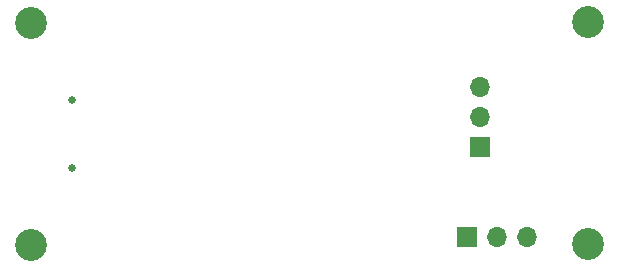
<source format=gbr>
%TF.GenerationSoftware,KiCad,Pcbnew,(6.0.7)*%
%TF.CreationDate,2023-03-22T16:10:42+01:00*%
%TF.ProjectId,PicoLink,5069636f-4c69-46e6-9b2e-6b696361645f,rev?*%
%TF.SameCoordinates,Original*%
%TF.FileFunction,Soldermask,Bot*%
%TF.FilePolarity,Negative*%
%FSLAX46Y46*%
G04 Gerber Fmt 4.6, Leading zero omitted, Abs format (unit mm)*
G04 Created by KiCad (PCBNEW (6.0.7)) date 2023-03-22 16:10:42*
%MOMM*%
%LPD*%
G01*
G04 APERTURE LIST*
%ADD10C,0.650000*%
%ADD11R,1.700000X1.700000*%
%ADD12O,1.700000X1.700000*%
%ADD13C,2.700000*%
G04 APERTURE END LIST*
D10*
%TO.C,J1*%
X93137500Y-124990000D03*
X93137500Y-119210000D03*
%TD*%
D11*
%TO.C,J6*%
X126520156Y-130860476D03*
D12*
X129060156Y-130860476D03*
X131600156Y-130860476D03*
%TD*%
D11*
%TO.C,J5*%
X127600156Y-123260476D03*
D12*
X127600156Y-120720476D03*
X127600156Y-118180476D03*
%TD*%
D13*
%TO.C,H6*%
X89600000Y-112700000D03*
%TD*%
%TO.C,H5*%
X136800156Y-112660476D03*
%TD*%
%TO.C,H3*%
X136800156Y-131460476D03*
%TD*%
%TO.C,H4*%
X89600000Y-131500000D03*
%TD*%
M02*

</source>
